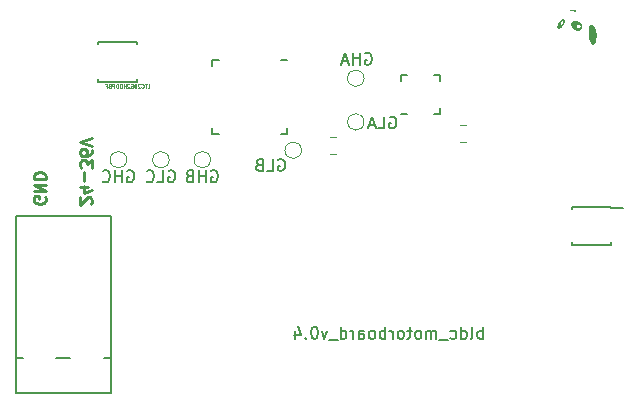
<source format=gbr>
G04 #@! TF.GenerationSoftware,KiCad,Pcbnew,5.1.2-f72e74a~84~ubuntu18.04.1*
G04 #@! TF.CreationDate,2019-09-23T02:40:17+02:00*
G04 #@! TF.ProjectId,board,626f6172-642e-46b6-9963-61645f706362,rev?*
G04 #@! TF.SameCoordinates,Original*
G04 #@! TF.FileFunction,Legend,Bot*
G04 #@! TF.FilePolarity,Positive*
%FSLAX46Y46*%
G04 Gerber Fmt 4.6, Leading zero omitted, Abs format (unit mm)*
G04 Created by KiCad (PCBNEW 5.1.2-f72e74a~84~ubuntu18.04.1) date 2019-09-23 02:40:17*
%MOMM*%
%LPD*%
G04 APERTURE LIST*
%ADD10C,0.150000*%
%ADD11C,0.250000*%
%ADD12C,0.010000*%
%ADD13C,0.060000*%
%ADD14C,0.120000*%
%ADD15C,0.152400*%
%ADD16C,0.050000*%
G04 APERTURE END LIST*
D10*
X139676190Y-129352380D02*
X139676190Y-128352380D01*
X139676190Y-128733333D02*
X139580952Y-128685714D01*
X139390476Y-128685714D01*
X139295238Y-128733333D01*
X139247619Y-128780952D01*
X139200000Y-128876190D01*
X139200000Y-129161904D01*
X139247619Y-129257142D01*
X139295238Y-129304761D01*
X139390476Y-129352380D01*
X139580952Y-129352380D01*
X139676190Y-129304761D01*
X138628571Y-129352380D02*
X138723809Y-129304761D01*
X138771428Y-129209523D01*
X138771428Y-128352380D01*
X137819047Y-129352380D02*
X137819047Y-128352380D01*
X137819047Y-129304761D02*
X137914285Y-129352380D01*
X138104761Y-129352380D01*
X138200000Y-129304761D01*
X138247619Y-129257142D01*
X138295238Y-129161904D01*
X138295238Y-128876190D01*
X138247619Y-128780952D01*
X138200000Y-128733333D01*
X138104761Y-128685714D01*
X137914285Y-128685714D01*
X137819047Y-128733333D01*
X136914285Y-129304761D02*
X137009523Y-129352380D01*
X137200000Y-129352380D01*
X137295238Y-129304761D01*
X137342857Y-129257142D01*
X137390476Y-129161904D01*
X137390476Y-128876190D01*
X137342857Y-128780952D01*
X137295238Y-128733333D01*
X137200000Y-128685714D01*
X137009523Y-128685714D01*
X136914285Y-128733333D01*
X136723809Y-129447619D02*
X135961904Y-129447619D01*
X135723809Y-129352380D02*
X135723809Y-128685714D01*
X135723809Y-128780952D02*
X135676190Y-128733333D01*
X135580952Y-128685714D01*
X135438095Y-128685714D01*
X135342857Y-128733333D01*
X135295238Y-128828571D01*
X135295238Y-129352380D01*
X135295238Y-128828571D02*
X135247619Y-128733333D01*
X135152380Y-128685714D01*
X135009523Y-128685714D01*
X134914285Y-128733333D01*
X134866666Y-128828571D01*
X134866666Y-129352380D01*
X134247619Y-129352380D02*
X134342857Y-129304761D01*
X134390476Y-129257142D01*
X134438095Y-129161904D01*
X134438095Y-128876190D01*
X134390476Y-128780952D01*
X134342857Y-128733333D01*
X134247619Y-128685714D01*
X134104761Y-128685714D01*
X134009523Y-128733333D01*
X133961904Y-128780952D01*
X133914285Y-128876190D01*
X133914285Y-129161904D01*
X133961904Y-129257142D01*
X134009523Y-129304761D01*
X134104761Y-129352380D01*
X134247619Y-129352380D01*
X133628571Y-128685714D02*
X133247619Y-128685714D01*
X133485714Y-128352380D02*
X133485714Y-129209523D01*
X133438095Y-129304761D01*
X133342857Y-129352380D01*
X133247619Y-129352380D01*
X132771428Y-129352380D02*
X132866666Y-129304761D01*
X132914285Y-129257142D01*
X132961904Y-129161904D01*
X132961904Y-128876190D01*
X132914285Y-128780952D01*
X132866666Y-128733333D01*
X132771428Y-128685714D01*
X132628571Y-128685714D01*
X132533333Y-128733333D01*
X132485714Y-128780952D01*
X132438095Y-128876190D01*
X132438095Y-129161904D01*
X132485714Y-129257142D01*
X132533333Y-129304761D01*
X132628571Y-129352380D01*
X132771428Y-129352380D01*
X132009523Y-129352380D02*
X132009523Y-128685714D01*
X132009523Y-128876190D02*
X131961904Y-128780952D01*
X131914285Y-128733333D01*
X131819047Y-128685714D01*
X131723809Y-128685714D01*
X131390476Y-129352380D02*
X131390476Y-128352380D01*
X131390476Y-128733333D02*
X131295238Y-128685714D01*
X131104761Y-128685714D01*
X131009523Y-128733333D01*
X130961904Y-128780952D01*
X130914285Y-128876190D01*
X130914285Y-129161904D01*
X130961904Y-129257142D01*
X131009523Y-129304761D01*
X131104761Y-129352380D01*
X131295238Y-129352380D01*
X131390476Y-129304761D01*
X130342857Y-129352380D02*
X130438095Y-129304761D01*
X130485714Y-129257142D01*
X130533333Y-129161904D01*
X130533333Y-128876190D01*
X130485714Y-128780952D01*
X130438095Y-128733333D01*
X130342857Y-128685714D01*
X130200000Y-128685714D01*
X130104761Y-128733333D01*
X130057142Y-128780952D01*
X130009523Y-128876190D01*
X130009523Y-129161904D01*
X130057142Y-129257142D01*
X130104761Y-129304761D01*
X130200000Y-129352380D01*
X130342857Y-129352380D01*
X129152380Y-129352380D02*
X129152380Y-128828571D01*
X129200000Y-128733333D01*
X129295238Y-128685714D01*
X129485714Y-128685714D01*
X129580952Y-128733333D01*
X129152380Y-129304761D02*
X129247619Y-129352380D01*
X129485714Y-129352380D01*
X129580952Y-129304761D01*
X129628571Y-129209523D01*
X129628571Y-129114285D01*
X129580952Y-129019047D01*
X129485714Y-128971428D01*
X129247619Y-128971428D01*
X129152380Y-128923809D01*
X128676190Y-129352380D02*
X128676190Y-128685714D01*
X128676190Y-128876190D02*
X128628571Y-128780952D01*
X128580952Y-128733333D01*
X128485714Y-128685714D01*
X128390476Y-128685714D01*
X127628571Y-129352380D02*
X127628571Y-128352380D01*
X127628571Y-129304761D02*
X127723809Y-129352380D01*
X127914285Y-129352380D01*
X128009523Y-129304761D01*
X128057142Y-129257142D01*
X128104761Y-129161904D01*
X128104761Y-128876190D01*
X128057142Y-128780952D01*
X128009523Y-128733333D01*
X127914285Y-128685714D01*
X127723809Y-128685714D01*
X127628571Y-128733333D01*
X127390476Y-129447619D02*
X126628571Y-129447619D01*
X126485714Y-128685714D02*
X126247619Y-129352380D01*
X126009523Y-128685714D01*
X125438095Y-128352380D02*
X125342857Y-128352380D01*
X125247619Y-128400000D01*
X125200000Y-128447619D01*
X125152380Y-128542857D01*
X125104761Y-128733333D01*
X125104761Y-128971428D01*
X125152380Y-129161904D01*
X125200000Y-129257142D01*
X125247619Y-129304761D01*
X125342857Y-129352380D01*
X125438095Y-129352380D01*
X125533333Y-129304761D01*
X125580952Y-129257142D01*
X125628571Y-129161904D01*
X125676190Y-128971428D01*
X125676190Y-128733333D01*
X125628571Y-128542857D01*
X125580952Y-128447619D01*
X125533333Y-128400000D01*
X125438095Y-128352380D01*
X124676190Y-129257142D02*
X124628571Y-129304761D01*
X124676190Y-129352380D01*
X124723809Y-129304761D01*
X124676190Y-129257142D01*
X124676190Y-129352380D01*
X123771428Y-128685714D02*
X123771428Y-129352380D01*
X124009523Y-128304761D02*
X124247619Y-129019047D01*
X123628571Y-129019047D01*
D11*
X106452380Y-117961904D02*
X106500000Y-117914285D01*
X106547619Y-117819047D01*
X106547619Y-117580952D01*
X106500000Y-117485714D01*
X106452380Y-117438095D01*
X106357142Y-117390476D01*
X106261904Y-117390476D01*
X106119047Y-117438095D01*
X105547619Y-118009523D01*
X105547619Y-117390476D01*
X106214285Y-116533333D02*
X105547619Y-116533333D01*
X106595238Y-116771428D02*
X105880952Y-117009523D01*
X105880952Y-116390476D01*
X105928571Y-116009523D02*
X105928571Y-115247619D01*
X106547619Y-114866666D02*
X106547619Y-114247619D01*
X106166666Y-114580952D01*
X106166666Y-114438095D01*
X106119047Y-114342857D01*
X106071428Y-114295238D01*
X105976190Y-114247619D01*
X105738095Y-114247619D01*
X105642857Y-114295238D01*
X105595238Y-114342857D01*
X105547619Y-114438095D01*
X105547619Y-114723809D01*
X105595238Y-114819047D01*
X105642857Y-114866666D01*
X106547619Y-113390476D02*
X106547619Y-113580952D01*
X106500000Y-113676190D01*
X106452380Y-113723809D01*
X106309523Y-113819047D01*
X106119047Y-113866666D01*
X105738095Y-113866666D01*
X105642857Y-113819047D01*
X105595238Y-113771428D01*
X105547619Y-113676190D01*
X105547619Y-113485714D01*
X105595238Y-113390476D01*
X105642857Y-113342857D01*
X105738095Y-113295238D01*
X105976190Y-113295238D01*
X106071428Y-113342857D01*
X106119047Y-113390476D01*
X106166666Y-113485714D01*
X106166666Y-113676190D01*
X106119047Y-113771428D01*
X106071428Y-113819047D01*
X105976190Y-113866666D01*
X106547619Y-113009523D02*
X105547619Y-112676190D01*
X106547619Y-112342857D01*
X102600000Y-117361904D02*
X102647619Y-117457142D01*
X102647619Y-117600000D01*
X102600000Y-117742857D01*
X102504761Y-117838095D01*
X102409523Y-117885714D01*
X102219047Y-117933333D01*
X102076190Y-117933333D01*
X101885714Y-117885714D01*
X101790476Y-117838095D01*
X101695238Y-117742857D01*
X101647619Y-117600000D01*
X101647619Y-117504761D01*
X101695238Y-117361904D01*
X101742857Y-117314285D01*
X102076190Y-117314285D01*
X102076190Y-117504761D01*
X101647619Y-116885714D02*
X102647619Y-116885714D01*
X101647619Y-116314285D01*
X102647619Y-116314285D01*
X101647619Y-115838095D02*
X102647619Y-115838095D01*
X102647619Y-115600000D01*
X102600000Y-115457142D01*
X102504761Y-115361904D01*
X102409523Y-115314285D01*
X102219047Y-115266666D01*
X102076190Y-115266666D01*
X101885714Y-115314285D01*
X101790476Y-115361904D01*
X101695238Y-115457142D01*
X101647619Y-115600000D01*
X101647619Y-115838095D01*
D12*
G36*
X148978201Y-104370262D02*
G01*
X148998348Y-104368035D01*
X149015863Y-104364436D01*
X149031188Y-104358692D01*
X149044766Y-104350029D01*
X149057039Y-104337676D01*
X149068450Y-104320860D01*
X149079440Y-104298807D01*
X149090453Y-104270745D01*
X149101931Y-104235901D01*
X149114316Y-104193502D01*
X149128050Y-104142775D01*
X149143577Y-104082948D01*
X149144299Y-104080133D01*
X149161506Y-104007526D01*
X149175540Y-103935724D01*
X149186689Y-103862557D01*
X149195238Y-103785850D01*
X149201474Y-103703431D01*
X149205609Y-103615240D01*
X149206717Y-103581595D01*
X149207222Y-103555475D01*
X149206933Y-103534251D01*
X149205658Y-103515297D01*
X149203208Y-103495986D01*
X149199391Y-103473691D01*
X149194016Y-103445783D01*
X149192872Y-103439980D01*
X149176391Y-103361289D01*
X149158865Y-103286594D01*
X149140546Y-103216661D01*
X149121687Y-103152259D01*
X149102541Y-103094155D01*
X149083359Y-103043118D01*
X149064394Y-102999915D01*
X149045900Y-102965314D01*
X149028657Y-102940707D01*
X149017953Y-102927251D01*
X149003677Y-102908283D01*
X148987975Y-102886689D01*
X148977487Y-102871848D01*
X148951986Y-102837725D01*
X148928222Y-102810799D01*
X148906922Y-102791816D01*
X148889823Y-102781894D01*
X148877848Y-102779302D01*
X148860149Y-102777642D01*
X148845639Y-102777288D01*
X148829049Y-102778134D01*
X148813769Y-102780976D01*
X148796746Y-102786697D01*
X148774929Y-102796182D01*
X148765960Y-102800382D01*
X148743192Y-102812106D01*
X148721706Y-102824819D01*
X148704652Y-102836582D01*
X148698199Y-102842045D01*
X148675298Y-102870290D01*
X148655228Y-102908117D01*
X148637972Y-102955580D01*
X148623507Y-103012731D01*
X148614959Y-103058980D01*
X148612442Y-103076236D01*
X148610422Y-103094413D01*
X148608848Y-103114826D01*
X148607672Y-103138792D01*
X148606843Y-103167625D01*
X148606312Y-103202641D01*
X148606029Y-103245156D01*
X148605945Y-103296484D01*
X148605945Y-103297740D01*
X148606068Y-103354222D01*
X148606514Y-103402569D01*
X148607403Y-103444808D01*
X148608857Y-103482963D01*
X148610997Y-103519058D01*
X148613942Y-103555118D01*
X148617814Y-103593167D01*
X148622734Y-103635231D01*
X148628823Y-103683333D01*
X148629068Y-103685222D01*
X148638126Y-103742246D01*
X148650976Y-103804701D01*
X148667031Y-103870699D01*
X148685706Y-103938352D01*
X148706413Y-104005773D01*
X148728565Y-104071073D01*
X148751577Y-104132365D01*
X148774862Y-104187761D01*
X148797832Y-104235374D01*
X148803030Y-104245063D01*
X148830897Y-104289165D01*
X148861983Y-104326483D01*
X148862588Y-104327104D01*
X148885380Y-104348381D01*
X148906068Y-104362098D01*
X148927763Y-104369417D01*
X148953575Y-104371498D01*
X148978201Y-104370262D01*
X148978201Y-104370262D01*
G37*
X148978201Y-104370262D02*
X148998348Y-104368035D01*
X149015863Y-104364436D01*
X149031188Y-104358692D01*
X149044766Y-104350029D01*
X149057039Y-104337676D01*
X149068450Y-104320860D01*
X149079440Y-104298807D01*
X149090453Y-104270745D01*
X149101931Y-104235901D01*
X149114316Y-104193502D01*
X149128050Y-104142775D01*
X149143577Y-104082948D01*
X149144299Y-104080133D01*
X149161506Y-104007526D01*
X149175540Y-103935724D01*
X149186689Y-103862557D01*
X149195238Y-103785850D01*
X149201474Y-103703431D01*
X149205609Y-103615240D01*
X149206717Y-103581595D01*
X149207222Y-103555475D01*
X149206933Y-103534251D01*
X149205658Y-103515297D01*
X149203208Y-103495986D01*
X149199391Y-103473691D01*
X149194016Y-103445783D01*
X149192872Y-103439980D01*
X149176391Y-103361289D01*
X149158865Y-103286594D01*
X149140546Y-103216661D01*
X149121687Y-103152259D01*
X149102541Y-103094155D01*
X149083359Y-103043118D01*
X149064394Y-102999915D01*
X149045900Y-102965314D01*
X149028657Y-102940707D01*
X149017953Y-102927251D01*
X149003677Y-102908283D01*
X148987975Y-102886689D01*
X148977487Y-102871848D01*
X148951986Y-102837725D01*
X148928222Y-102810799D01*
X148906922Y-102791816D01*
X148889823Y-102781894D01*
X148877848Y-102779302D01*
X148860149Y-102777642D01*
X148845639Y-102777288D01*
X148829049Y-102778134D01*
X148813769Y-102780976D01*
X148796746Y-102786697D01*
X148774929Y-102796182D01*
X148765960Y-102800382D01*
X148743192Y-102812106D01*
X148721706Y-102824819D01*
X148704652Y-102836582D01*
X148698199Y-102842045D01*
X148675298Y-102870290D01*
X148655228Y-102908117D01*
X148637972Y-102955580D01*
X148623507Y-103012731D01*
X148614959Y-103058980D01*
X148612442Y-103076236D01*
X148610422Y-103094413D01*
X148608848Y-103114826D01*
X148607672Y-103138792D01*
X148606843Y-103167625D01*
X148606312Y-103202641D01*
X148606029Y-103245156D01*
X148605945Y-103296484D01*
X148605945Y-103297740D01*
X148606068Y-103354222D01*
X148606514Y-103402569D01*
X148607403Y-103444808D01*
X148608857Y-103482963D01*
X148610997Y-103519058D01*
X148613942Y-103555118D01*
X148617814Y-103593167D01*
X148622734Y-103635231D01*
X148628823Y-103683333D01*
X148629068Y-103685222D01*
X148638126Y-103742246D01*
X148650976Y-103804701D01*
X148667031Y-103870699D01*
X148685706Y-103938352D01*
X148706413Y-104005773D01*
X148728565Y-104071073D01*
X148751577Y-104132365D01*
X148774862Y-104187761D01*
X148797832Y-104235374D01*
X148803030Y-104245063D01*
X148830897Y-104289165D01*
X148861983Y-104326483D01*
X148862588Y-104327104D01*
X148885380Y-104348381D01*
X148906068Y-104362098D01*
X148927763Y-104369417D01*
X148953575Y-104371498D01*
X148978201Y-104370262D01*
D13*
G36*
X147424692Y-101568170D02*
G01*
X147428884Y-101562762D01*
X147429842Y-101554566D01*
X147425424Y-101549146D01*
X147413375Y-101541290D01*
X147395655Y-101531907D01*
X147374225Y-101521910D01*
X147351046Y-101512209D01*
X147328078Y-101503716D01*
X147307282Y-101497341D01*
X147305917Y-101496987D01*
X147262856Y-101489514D01*
X147214361Y-101487140D01*
X147163785Y-101489862D01*
X147117500Y-101497035D01*
X147090200Y-101502814D01*
X147071309Y-101507027D01*
X147059286Y-101510160D01*
X147052588Y-101512698D01*
X147049673Y-101515124D01*
X147048999Y-101517924D01*
X147048997Y-101518567D01*
X147050026Y-101526273D01*
X147053898Y-101530916D01*
X147062140Y-101532631D01*
X147076276Y-101531551D01*
X147097832Y-101527810D01*
X147114960Y-101524343D01*
X147173922Y-101514891D01*
X147227388Y-101512559D01*
X147277312Y-101517558D01*
X147325646Y-101530099D01*
X147374342Y-101550391D01*
X147379221Y-101552812D01*
X147401207Y-101563242D01*
X147415915Y-101568346D01*
X147424692Y-101568170D01*
X147424692Y-101568170D01*
G37*
X147424692Y-101568170D02*
X147428884Y-101562762D01*
X147429842Y-101554566D01*
X147425424Y-101549146D01*
X147413375Y-101541290D01*
X147395655Y-101531907D01*
X147374225Y-101521910D01*
X147351046Y-101512209D01*
X147328078Y-101503716D01*
X147307282Y-101497341D01*
X147305917Y-101496987D01*
X147262856Y-101489514D01*
X147214361Y-101487140D01*
X147163785Y-101489862D01*
X147117500Y-101497035D01*
X147090200Y-101502814D01*
X147071309Y-101507027D01*
X147059286Y-101510160D01*
X147052588Y-101512698D01*
X147049673Y-101515124D01*
X147048999Y-101517924D01*
X147048997Y-101518567D01*
X147050026Y-101526273D01*
X147053898Y-101530916D01*
X147062140Y-101532631D01*
X147076276Y-101531551D01*
X147097832Y-101527810D01*
X147114960Y-101524343D01*
X147173922Y-101514891D01*
X147227388Y-101512559D01*
X147277312Y-101517558D01*
X147325646Y-101530099D01*
X147374342Y-101550391D01*
X147379221Y-101552812D01*
X147401207Y-101563242D01*
X147415915Y-101568346D01*
X147424692Y-101568170D01*
D12*
G36*
X146093665Y-103007600D02*
G01*
X146111199Y-103005185D01*
X146127879Y-102999924D01*
X146146678Y-102991596D01*
X146196544Y-102963190D01*
X146246028Y-102925974D01*
X146294186Y-102881287D01*
X146340077Y-102830464D01*
X146382757Y-102774842D01*
X146421285Y-102715756D01*
X146454717Y-102654544D01*
X146482112Y-102592541D01*
X146502526Y-102531083D01*
X146515018Y-102471508D01*
X146515381Y-102468871D01*
X146518149Y-102425804D01*
X146514456Y-102387743D01*
X146504593Y-102355573D01*
X146488853Y-102330178D01*
X146467525Y-102312444D01*
X146463187Y-102310168D01*
X146435219Y-102301682D01*
X146403409Y-102300419D01*
X146371189Y-102306512D01*
X146370740Y-102306654D01*
X146327203Y-102324943D01*
X146282270Y-102352158D01*
X146236881Y-102387335D01*
X146191976Y-102429513D01*
X146148495Y-102477728D01*
X146107378Y-102531018D01*
X146069565Y-102588421D01*
X146035996Y-102648974D01*
X146035540Y-102649881D01*
X146010181Y-102704155D01*
X146001711Y-102726426D01*
X146155284Y-102726426D01*
X146155543Y-102698685D01*
X146158121Y-102670689D01*
X146162567Y-102647298D01*
X146172407Y-102617135D01*
X146186999Y-102582844D01*
X146204535Y-102548056D01*
X146223208Y-102516404D01*
X146238382Y-102494978D01*
X146269895Y-102459194D01*
X146301152Y-102431105D01*
X146331506Y-102411000D01*
X146360309Y-102399166D01*
X146386913Y-102395891D01*
X146410670Y-102401462D01*
X146426133Y-102411534D01*
X146440767Y-102428001D01*
X146450019Y-102447997D01*
X146454606Y-102473687D01*
X146455402Y-102499684D01*
X146451584Y-102538915D01*
X146441587Y-102579233D01*
X146426265Y-102619549D01*
X146406466Y-102658772D01*
X146383042Y-102695812D01*
X146356844Y-102729579D01*
X146328723Y-102758982D01*
X146299529Y-102782931D01*
X146270113Y-102800336D01*
X146241326Y-102810106D01*
X146214019Y-102811151D01*
X146212521Y-102810925D01*
X146190226Y-102802390D01*
X146171870Y-102785571D01*
X146161805Y-102768314D01*
X146157365Y-102750705D01*
X146155284Y-102726426D01*
X146001711Y-102726426D01*
X145991505Y-102753258D01*
X145978956Y-102799150D01*
X145971980Y-102843791D01*
X145970024Y-102881180D01*
X145970147Y-102906266D01*
X145971356Y-102924220D01*
X145974108Y-102938050D01*
X145978861Y-102950765D01*
X145981443Y-102956249D01*
X145992212Y-102973579D01*
X146005671Y-102989267D01*
X146011471Y-102994349D01*
X146021774Y-103001392D01*
X146031873Y-103005548D01*
X146044939Y-103007557D01*
X146064145Y-103008162D01*
X146070641Y-103008180D01*
X146093665Y-103007600D01*
X146093665Y-103007600D01*
G37*
X146093665Y-103007600D02*
X146111199Y-103005185D01*
X146127879Y-102999924D01*
X146146678Y-102991596D01*
X146196544Y-102963190D01*
X146246028Y-102925974D01*
X146294186Y-102881287D01*
X146340077Y-102830464D01*
X146382757Y-102774842D01*
X146421285Y-102715756D01*
X146454717Y-102654544D01*
X146482112Y-102592541D01*
X146502526Y-102531083D01*
X146515018Y-102471508D01*
X146515381Y-102468871D01*
X146518149Y-102425804D01*
X146514456Y-102387743D01*
X146504593Y-102355573D01*
X146488853Y-102330178D01*
X146467525Y-102312444D01*
X146463187Y-102310168D01*
X146435219Y-102301682D01*
X146403409Y-102300419D01*
X146371189Y-102306512D01*
X146370740Y-102306654D01*
X146327203Y-102324943D01*
X146282270Y-102352158D01*
X146236881Y-102387335D01*
X146191976Y-102429513D01*
X146148495Y-102477728D01*
X146107378Y-102531018D01*
X146069565Y-102588421D01*
X146035996Y-102648974D01*
X146035540Y-102649881D01*
X146010181Y-102704155D01*
X146001711Y-102726426D01*
X146155284Y-102726426D01*
X146155543Y-102698685D01*
X146158121Y-102670689D01*
X146162567Y-102647298D01*
X146172407Y-102617135D01*
X146186999Y-102582844D01*
X146204535Y-102548056D01*
X146223208Y-102516404D01*
X146238382Y-102494978D01*
X146269895Y-102459194D01*
X146301152Y-102431105D01*
X146331506Y-102411000D01*
X146360309Y-102399166D01*
X146386913Y-102395891D01*
X146410670Y-102401462D01*
X146426133Y-102411534D01*
X146440767Y-102428001D01*
X146450019Y-102447997D01*
X146454606Y-102473687D01*
X146455402Y-102499684D01*
X146451584Y-102538915D01*
X146441587Y-102579233D01*
X146426265Y-102619549D01*
X146406466Y-102658772D01*
X146383042Y-102695812D01*
X146356844Y-102729579D01*
X146328723Y-102758982D01*
X146299529Y-102782931D01*
X146270113Y-102800336D01*
X146241326Y-102810106D01*
X146214019Y-102811151D01*
X146212521Y-102810925D01*
X146190226Y-102802390D01*
X146171870Y-102785571D01*
X146161805Y-102768314D01*
X146157365Y-102750705D01*
X146155284Y-102726426D01*
X146001711Y-102726426D01*
X145991505Y-102753258D01*
X145978956Y-102799150D01*
X145971980Y-102843791D01*
X145970024Y-102881180D01*
X145970147Y-102906266D01*
X145971356Y-102924220D01*
X145974108Y-102938050D01*
X145978861Y-102950765D01*
X145981443Y-102956249D01*
X145992212Y-102973579D01*
X146005671Y-102989267D01*
X146011471Y-102994349D01*
X146021774Y-103001392D01*
X146031873Y-103005548D01*
X146044939Y-103007557D01*
X146064145Y-103008162D01*
X146070641Y-103008180D01*
X146093665Y-103007600D01*
G36*
X147718423Y-103198223D02*
G01*
X147756263Y-103194934D01*
X147776759Y-103191103D01*
X147828390Y-103174126D01*
X147873060Y-103150346D01*
X147910646Y-103120473D01*
X147941024Y-103085219D01*
X147964071Y-103045297D01*
X147979661Y-103001417D01*
X147987672Y-102954292D01*
X147987980Y-102904634D01*
X147980461Y-102853154D01*
X147964990Y-102800564D01*
X147941445Y-102747576D01*
X147909701Y-102694901D01*
X147871669Y-102645602D01*
X147822024Y-102594494D01*
X147767034Y-102549745D01*
X147707863Y-102511858D01*
X147645678Y-102481334D01*
X147581645Y-102458675D01*
X147516929Y-102444383D01*
X147452695Y-102438959D01*
X147398218Y-102441831D01*
X147343393Y-102452893D01*
X147294297Y-102471964D01*
X147251371Y-102498852D01*
X147232887Y-102514667D01*
X147201140Y-102548564D01*
X147178000Y-102583038D01*
X147162118Y-102620680D01*
X147152141Y-102664084D01*
X147150986Y-102671855D01*
X147148426Y-102726245D01*
X147155286Y-102781309D01*
X147170934Y-102836248D01*
X147184275Y-102866525D01*
X147549164Y-102866525D01*
X147551545Y-102844888D01*
X147564506Y-102800696D01*
X147585689Y-102761343D01*
X147614198Y-102727878D01*
X147649137Y-102701347D01*
X147689610Y-102682796D01*
X147690453Y-102682519D01*
X147710411Y-102678540D01*
X147737461Y-102676848D01*
X147755684Y-102677024D01*
X147779938Y-102678429D01*
X147798324Y-102681366D01*
X147815122Y-102686824D01*
X147832690Y-102694845D01*
X147869679Y-102718212D01*
X147900282Y-102748052D01*
X147923754Y-102782952D01*
X147939349Y-102821496D01*
X147946322Y-102862272D01*
X147943925Y-102903866D01*
X147943670Y-102905278D01*
X147930966Y-102947176D01*
X147909644Y-102985562D01*
X147880985Y-103018785D01*
X147846270Y-103045194D01*
X147827445Y-103055142D01*
X147797518Y-103064650D01*
X147762396Y-103069214D01*
X147725790Y-103068775D01*
X147691413Y-103063276D01*
X147673531Y-103057574D01*
X147638383Y-103038514D01*
X147607691Y-103012056D01*
X147582440Y-102979913D01*
X147563613Y-102943801D01*
X147552193Y-102905433D01*
X147549164Y-102866525D01*
X147184275Y-102866525D01*
X147194736Y-102890264D01*
X147226061Y-102942559D01*
X147264274Y-102992334D01*
X147308745Y-103038793D01*
X147358840Y-103081136D01*
X147413926Y-103118566D01*
X147473370Y-103150284D01*
X147536541Y-103175493D01*
X147554886Y-103181299D01*
X147591263Y-103189762D01*
X147632757Y-103195497D01*
X147676199Y-103198364D01*
X147718423Y-103198223D01*
X147718423Y-103198223D01*
G37*
X147718423Y-103198223D02*
X147756263Y-103194934D01*
X147776759Y-103191103D01*
X147828390Y-103174126D01*
X147873060Y-103150346D01*
X147910646Y-103120473D01*
X147941024Y-103085219D01*
X147964071Y-103045297D01*
X147979661Y-103001417D01*
X147987672Y-102954292D01*
X147987980Y-102904634D01*
X147980461Y-102853154D01*
X147964990Y-102800564D01*
X147941445Y-102747576D01*
X147909701Y-102694901D01*
X147871669Y-102645602D01*
X147822024Y-102594494D01*
X147767034Y-102549745D01*
X147707863Y-102511858D01*
X147645678Y-102481334D01*
X147581645Y-102458675D01*
X147516929Y-102444383D01*
X147452695Y-102438959D01*
X147398218Y-102441831D01*
X147343393Y-102452893D01*
X147294297Y-102471964D01*
X147251371Y-102498852D01*
X147232887Y-102514667D01*
X147201140Y-102548564D01*
X147178000Y-102583038D01*
X147162118Y-102620680D01*
X147152141Y-102664084D01*
X147150986Y-102671855D01*
X147148426Y-102726245D01*
X147155286Y-102781309D01*
X147170934Y-102836248D01*
X147184275Y-102866525D01*
X147549164Y-102866525D01*
X147551545Y-102844888D01*
X147564506Y-102800696D01*
X147585689Y-102761343D01*
X147614198Y-102727878D01*
X147649137Y-102701347D01*
X147689610Y-102682796D01*
X147690453Y-102682519D01*
X147710411Y-102678540D01*
X147737461Y-102676848D01*
X147755684Y-102677024D01*
X147779938Y-102678429D01*
X147798324Y-102681366D01*
X147815122Y-102686824D01*
X147832690Y-102694845D01*
X147869679Y-102718212D01*
X147900282Y-102748052D01*
X147923754Y-102782952D01*
X147939349Y-102821496D01*
X147946322Y-102862272D01*
X147943925Y-102903866D01*
X147943670Y-102905278D01*
X147930966Y-102947176D01*
X147909644Y-102985562D01*
X147880985Y-103018785D01*
X147846270Y-103045194D01*
X147827445Y-103055142D01*
X147797518Y-103064650D01*
X147762396Y-103069214D01*
X147725790Y-103068775D01*
X147691413Y-103063276D01*
X147673531Y-103057574D01*
X147638383Y-103038514D01*
X147607691Y-103012056D01*
X147582440Y-102979913D01*
X147563613Y-102943801D01*
X147552193Y-102905433D01*
X147549164Y-102866525D01*
X147184275Y-102866525D01*
X147194736Y-102890264D01*
X147226061Y-102942559D01*
X147264274Y-102992334D01*
X147308745Y-103038793D01*
X147358840Y-103081136D01*
X147413926Y-103118566D01*
X147473370Y-103150284D01*
X147536541Y-103175493D01*
X147554886Y-103181299D01*
X147591263Y-103189762D01*
X147632757Y-103195497D01*
X147676199Y-103198364D01*
X147718423Y-103198223D01*
D10*
X150472000Y-118288000D02*
X151547000Y-118288000D01*
X150472000Y-121413000D02*
X147222000Y-121413000D01*
X150472000Y-118163000D02*
X147222000Y-118163000D01*
X150472000Y-121413000D02*
X150472000Y-121188000D01*
X147222000Y-121413000D02*
X147222000Y-121188000D01*
X147222000Y-118163000D02*
X147222000Y-118388000D01*
X150472000Y-118163000D02*
X150472000Y-118288000D01*
D14*
X137741422Y-112710000D02*
X138258578Y-112710000D01*
X137741422Y-111290000D02*
X138258578Y-111290000D01*
D10*
X136000001Y-110299999D02*
X136000001Y-109799999D01*
X132750001Y-107049999D02*
X132750001Y-107549999D01*
X136000001Y-107049999D02*
X136000001Y-107549999D01*
X132750001Y-110299999D02*
X133250001Y-110299999D01*
X132750001Y-107049999D02*
X133250001Y-107049999D01*
X136000001Y-107049999D02*
X135500001Y-107049999D01*
X136000001Y-110299999D02*
X135500001Y-110299999D01*
D15*
X110388400Y-104241600D02*
X110388400Y-104444800D01*
X107035600Y-104241600D02*
X110388400Y-104241600D01*
X107035600Y-107594400D02*
X107035600Y-107391200D01*
X110388400Y-107594400D02*
X107035600Y-107594400D01*
X110388400Y-107391200D02*
X110388400Y-107594400D01*
X107035600Y-104444800D02*
X107035600Y-104241600D01*
D10*
X108140000Y-118992000D02*
X108140000Y-133992000D01*
X100140000Y-118992000D02*
X108140000Y-118992000D01*
X100140000Y-133992000D02*
X100140000Y-118992000D01*
X108140000Y-133992000D02*
X100140000Y-133992000D01*
X100140000Y-130992000D02*
X100740000Y-130992000D01*
X103540000Y-130992000D02*
X104740000Y-130992000D01*
X108140000Y-130992000D02*
X107540000Y-130992000D01*
X116764000Y-105721000D02*
X117289000Y-105721000D01*
X116764000Y-112021000D02*
X117289000Y-112021000D01*
X123064000Y-112021000D02*
X122539000Y-112021000D01*
X123064000Y-105721000D02*
X122539000Y-105721000D01*
X116764000Y-112021000D02*
X116764000Y-111496000D01*
X123064000Y-112021000D02*
X123064000Y-111496000D01*
X116764000Y-105721000D02*
X116764000Y-106246000D01*
D14*
X126741422Y-112290000D02*
X127258578Y-112290000D01*
X126741422Y-113710000D02*
X127258578Y-113710000D01*
X129600000Y-107300000D02*
G75*
G03X129600000Y-107300000I-700000J0D01*
G01*
X129600000Y-111000000D02*
G75*
G03X129600000Y-111000000I-700000J0D01*
G01*
X116600000Y-114200000D02*
G75*
G03X116600000Y-114200000I-700000J0D01*
G01*
X124300000Y-113400000D02*
G75*
G03X124300000Y-113400000I-700000J0D01*
G01*
X109500000Y-114200000D02*
G75*
G03X109500000Y-114200000I-700000J0D01*
G01*
X113100000Y-114200000D02*
G75*
G03X113100000Y-114200000I-700000J0D01*
G01*
D16*
X111275988Y-108112882D02*
X111425969Y-108112882D01*
X111425969Y-107797921D01*
X111215995Y-107797921D02*
X111036018Y-107797921D01*
X111126006Y-108112882D02*
X111126006Y-107797921D01*
X110751053Y-108082886D02*
X110766051Y-108097884D01*
X110811045Y-108112882D01*
X110841042Y-108112882D01*
X110886036Y-108097884D01*
X110916032Y-108067887D01*
X110931031Y-108037891D01*
X110946029Y-107977899D01*
X110946029Y-107932904D01*
X110931031Y-107872912D01*
X110916032Y-107842915D01*
X110886036Y-107812919D01*
X110841042Y-107797921D01*
X110811045Y-107797921D01*
X110766051Y-107812919D01*
X110751053Y-107827917D01*
X110631068Y-107827917D02*
X110616070Y-107812919D01*
X110586073Y-107797921D01*
X110511083Y-107797921D01*
X110481086Y-107812919D01*
X110466088Y-107827917D01*
X110451090Y-107857913D01*
X110451090Y-107887910D01*
X110466088Y-107932904D01*
X110646066Y-108112882D01*
X110451090Y-108112882D01*
X110271112Y-107932904D02*
X110301109Y-107917906D01*
X110316107Y-107902908D01*
X110331105Y-107872912D01*
X110331105Y-107857913D01*
X110316107Y-107827917D01*
X110301109Y-107812919D01*
X110271112Y-107797921D01*
X110211120Y-107797921D01*
X110181123Y-107812919D01*
X110166125Y-107827917D01*
X110151127Y-107857913D01*
X110151127Y-107872912D01*
X110166125Y-107902908D01*
X110181123Y-107917906D01*
X110211120Y-107932904D01*
X110271112Y-107932904D01*
X110301109Y-107947902D01*
X110316107Y-107962900D01*
X110331105Y-107992897D01*
X110331105Y-108052889D01*
X110316107Y-108082886D01*
X110301109Y-108097884D01*
X110271112Y-108112882D01*
X110211120Y-108112882D01*
X110181123Y-108097884D01*
X110166125Y-108082886D01*
X110151127Y-108052889D01*
X110151127Y-107992897D01*
X110166125Y-107962900D01*
X110181123Y-107947902D01*
X110211120Y-107932904D01*
X109866162Y-107797921D02*
X110016144Y-107797921D01*
X110031142Y-107947902D01*
X110016144Y-107932904D01*
X109986148Y-107917906D01*
X109911157Y-107917906D01*
X109881161Y-107932904D01*
X109866162Y-107947902D01*
X109851164Y-107977899D01*
X109851164Y-108052889D01*
X109866162Y-108082886D01*
X109881161Y-108097884D01*
X109911157Y-108112882D01*
X109986148Y-108112882D01*
X110016144Y-108097884D01*
X110031142Y-108082886D01*
X109731179Y-107827917D02*
X109716181Y-107812919D01*
X109686185Y-107797921D01*
X109611194Y-107797921D01*
X109581198Y-107812919D01*
X109566200Y-107827917D01*
X109551201Y-107857913D01*
X109551201Y-107887910D01*
X109566200Y-107932904D01*
X109746177Y-108112882D01*
X109551201Y-108112882D01*
X109416218Y-108112882D02*
X109416218Y-107797921D01*
X109416218Y-107947902D02*
X109236240Y-107947902D01*
X109236240Y-108112882D02*
X109236240Y-107797921D01*
X109086259Y-108112882D02*
X109086259Y-107797921D01*
X109011268Y-107797921D01*
X108966274Y-107812919D01*
X108936278Y-107842915D01*
X108921279Y-107872912D01*
X108906281Y-107932904D01*
X108906281Y-107977899D01*
X108921279Y-108037891D01*
X108936278Y-108067887D01*
X108966274Y-108097884D01*
X109011268Y-108112882D01*
X109086259Y-108112882D01*
X108771298Y-108112882D02*
X108771298Y-107797921D01*
X108696307Y-107797921D01*
X108651313Y-107812919D01*
X108621317Y-107842915D01*
X108606318Y-107872912D01*
X108591320Y-107932904D01*
X108591320Y-107977899D01*
X108606318Y-108037891D01*
X108621317Y-108067887D01*
X108651313Y-108097884D01*
X108696307Y-108112882D01*
X108771298Y-108112882D01*
X108456337Y-108112882D02*
X108456337Y-107797921D01*
X108336352Y-107797921D01*
X108306356Y-107812919D01*
X108291357Y-107827917D01*
X108276359Y-107857913D01*
X108276359Y-107902908D01*
X108291357Y-107932904D01*
X108306356Y-107947902D01*
X108336352Y-107962900D01*
X108456337Y-107962900D01*
X108036389Y-107947902D02*
X107991395Y-107962900D01*
X107976396Y-107977899D01*
X107961398Y-108007895D01*
X107961398Y-108052889D01*
X107976396Y-108082886D01*
X107991395Y-108097884D01*
X108021391Y-108112882D01*
X108141376Y-108112882D01*
X108141376Y-107797921D01*
X108036389Y-107797921D01*
X108006393Y-107812919D01*
X107991395Y-107827917D01*
X107976396Y-107857913D01*
X107976396Y-107887910D01*
X107991395Y-107917906D01*
X108006393Y-107932904D01*
X108036389Y-107947902D01*
X108141376Y-107947902D01*
X107721428Y-107947902D02*
X107826415Y-107947902D01*
X107826415Y-108112882D02*
X107826415Y-107797921D01*
X107676434Y-107797921D01*
D10*
X129690476Y-105200000D02*
X129785714Y-105152380D01*
X129928571Y-105152380D01*
X130071428Y-105200000D01*
X130166666Y-105295238D01*
X130214285Y-105390476D01*
X130261904Y-105580952D01*
X130261904Y-105723809D01*
X130214285Y-105914285D01*
X130166666Y-106009523D01*
X130071428Y-106104761D01*
X129928571Y-106152380D01*
X129833333Y-106152380D01*
X129690476Y-106104761D01*
X129642857Y-106057142D01*
X129642857Y-105723809D01*
X129833333Y-105723809D01*
X129214285Y-106152380D02*
X129214285Y-105152380D01*
X129214285Y-105628571D02*
X128642857Y-105628571D01*
X128642857Y-106152380D02*
X128642857Y-105152380D01*
X128214285Y-105866666D02*
X127738095Y-105866666D01*
X128309523Y-106152380D02*
X127976190Y-105152380D01*
X127642857Y-106152380D01*
X131771428Y-110600000D02*
X131866666Y-110552380D01*
X132009523Y-110552380D01*
X132152380Y-110600000D01*
X132247619Y-110695238D01*
X132295238Y-110790476D01*
X132342857Y-110980952D01*
X132342857Y-111123809D01*
X132295238Y-111314285D01*
X132247619Y-111409523D01*
X132152380Y-111504761D01*
X132009523Y-111552380D01*
X131914285Y-111552380D01*
X131771428Y-111504761D01*
X131723809Y-111457142D01*
X131723809Y-111123809D01*
X131914285Y-111123809D01*
X130819047Y-111552380D02*
X131295238Y-111552380D01*
X131295238Y-110552380D01*
X130533333Y-111266666D02*
X130057142Y-111266666D01*
X130628571Y-111552380D02*
X130295238Y-110552380D01*
X129961904Y-111552380D01*
X116661904Y-115148000D02*
X116757142Y-115100380D01*
X116900000Y-115100380D01*
X117042857Y-115148000D01*
X117138095Y-115243238D01*
X117185714Y-115338476D01*
X117233333Y-115528952D01*
X117233333Y-115671809D01*
X117185714Y-115862285D01*
X117138095Y-115957523D01*
X117042857Y-116052761D01*
X116900000Y-116100380D01*
X116804761Y-116100380D01*
X116661904Y-116052761D01*
X116614285Y-116005142D01*
X116614285Y-115671809D01*
X116804761Y-115671809D01*
X116185714Y-116100380D02*
X116185714Y-115100380D01*
X116185714Y-115576571D02*
X115614285Y-115576571D01*
X115614285Y-116100380D02*
X115614285Y-115100380D01*
X114804761Y-115576571D02*
X114661904Y-115624190D01*
X114614285Y-115671809D01*
X114566666Y-115767047D01*
X114566666Y-115909904D01*
X114614285Y-116005142D01*
X114661904Y-116052761D01*
X114757142Y-116100380D01*
X115138095Y-116100380D01*
X115138095Y-115100380D01*
X114804761Y-115100380D01*
X114709523Y-115148000D01*
X114661904Y-115195619D01*
X114614285Y-115290857D01*
X114614285Y-115386095D01*
X114661904Y-115481333D01*
X114709523Y-115528952D01*
X114804761Y-115576571D01*
X115138095Y-115576571D01*
X122342857Y-114200000D02*
X122438095Y-114152380D01*
X122580952Y-114152380D01*
X122723809Y-114200000D01*
X122819047Y-114295238D01*
X122866666Y-114390476D01*
X122914285Y-114580952D01*
X122914285Y-114723809D01*
X122866666Y-114914285D01*
X122819047Y-115009523D01*
X122723809Y-115104761D01*
X122580952Y-115152380D01*
X122485714Y-115152380D01*
X122342857Y-115104761D01*
X122295238Y-115057142D01*
X122295238Y-114723809D01*
X122485714Y-114723809D01*
X121390476Y-115152380D02*
X121866666Y-115152380D01*
X121866666Y-114152380D01*
X120723809Y-114628571D02*
X120580952Y-114676190D01*
X120533333Y-114723809D01*
X120485714Y-114819047D01*
X120485714Y-114961904D01*
X120533333Y-115057142D01*
X120580952Y-115104761D01*
X120676190Y-115152380D01*
X121057142Y-115152380D01*
X121057142Y-114152380D01*
X120723809Y-114152380D01*
X120628571Y-114200000D01*
X120580952Y-114247619D01*
X120533333Y-114342857D01*
X120533333Y-114438095D01*
X120580952Y-114533333D01*
X120628571Y-114580952D01*
X120723809Y-114628571D01*
X121057142Y-114628571D01*
X109561904Y-115148000D02*
X109657142Y-115100380D01*
X109800000Y-115100380D01*
X109942857Y-115148000D01*
X110038095Y-115243238D01*
X110085714Y-115338476D01*
X110133333Y-115528952D01*
X110133333Y-115671809D01*
X110085714Y-115862285D01*
X110038095Y-115957523D01*
X109942857Y-116052761D01*
X109800000Y-116100380D01*
X109704761Y-116100380D01*
X109561904Y-116052761D01*
X109514285Y-116005142D01*
X109514285Y-115671809D01*
X109704761Y-115671809D01*
X109085714Y-116100380D02*
X109085714Y-115100380D01*
X109085714Y-115576571D02*
X108514285Y-115576571D01*
X108514285Y-116100380D02*
X108514285Y-115100380D01*
X107466666Y-116005142D02*
X107514285Y-116052761D01*
X107657142Y-116100380D01*
X107752380Y-116100380D01*
X107895238Y-116052761D01*
X107990476Y-115957523D01*
X108038095Y-115862285D01*
X108085714Y-115671809D01*
X108085714Y-115528952D01*
X108038095Y-115338476D01*
X107990476Y-115243238D01*
X107895238Y-115148000D01*
X107752380Y-115100380D01*
X107657142Y-115100380D01*
X107514285Y-115148000D01*
X107466666Y-115195619D01*
X113042857Y-115148000D02*
X113138095Y-115100380D01*
X113280952Y-115100380D01*
X113423809Y-115148000D01*
X113519047Y-115243238D01*
X113566666Y-115338476D01*
X113614285Y-115528952D01*
X113614285Y-115671809D01*
X113566666Y-115862285D01*
X113519047Y-115957523D01*
X113423809Y-116052761D01*
X113280952Y-116100380D01*
X113185714Y-116100380D01*
X113042857Y-116052761D01*
X112995238Y-116005142D01*
X112995238Y-115671809D01*
X113185714Y-115671809D01*
X112090476Y-116100380D02*
X112566666Y-116100380D01*
X112566666Y-115100380D01*
X111185714Y-116005142D02*
X111233333Y-116052761D01*
X111376190Y-116100380D01*
X111471428Y-116100380D01*
X111614285Y-116052761D01*
X111709523Y-115957523D01*
X111757142Y-115862285D01*
X111804761Y-115671809D01*
X111804761Y-115528952D01*
X111757142Y-115338476D01*
X111709523Y-115243238D01*
X111614285Y-115148000D01*
X111471428Y-115100380D01*
X111376190Y-115100380D01*
X111233333Y-115148000D01*
X111185714Y-115195619D01*
M02*

</source>
